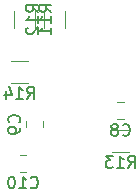
<source format=gbr>
%TF.GenerationSoftware,KiCad,Pcbnew,(6.0.2)*%
%TF.CreationDate,2022-06-08T22:41:36-07:00*%
%TF.ProjectId,TrailAlarm,54726169-6c41-46c6-9172-6d2e6b696361,1*%
%TF.SameCoordinates,Original*%
%TF.FileFunction,Legend,Bot*%
%TF.FilePolarity,Positive*%
%FSLAX46Y46*%
G04 Gerber Fmt 4.6, Leading zero omitted, Abs format (unit mm)*
G04 Created by KiCad (PCBNEW (6.0.2)) date 2022-06-08 22:41:36*
%MOMM*%
%LPD*%
G01*
G04 APERTURE LIST*
%ADD10C,0.150000*%
%ADD11C,0.120000*%
G04 APERTURE END LIST*
D10*
%TO.C,R13*%
X136616376Y-130669380D02*
X136949709Y-130193190D01*
X137187804Y-130669380D02*
X137187804Y-129669380D01*
X136806852Y-129669380D01*
X136711614Y-129717000D01*
X136663995Y-129764619D01*
X136616376Y-129859857D01*
X136616376Y-130002714D01*
X136663995Y-130097952D01*
X136711614Y-130145571D01*
X136806852Y-130193190D01*
X137187804Y-130193190D01*
X135663995Y-130669380D02*
X136235423Y-130669380D01*
X135949709Y-130669380D02*
X135949709Y-129669380D01*
X136044947Y-129812238D01*
X136140185Y-129907476D01*
X136235423Y-129955095D01*
X135330661Y-129669380D02*
X134711614Y-129669380D01*
X135044947Y-130050333D01*
X134902090Y-130050333D01*
X134806852Y-130097952D01*
X134759233Y-130145571D01*
X134711614Y-130240809D01*
X134711614Y-130478904D01*
X134759233Y-130574142D01*
X134806852Y-130621761D01*
X134902090Y-130669380D01*
X135187804Y-130669380D01*
X135283042Y-130621761D01*
X135330661Y-130574142D01*
%TO.C,C9*%
X127380901Y-126842592D02*
X127428520Y-126794973D01*
X127476139Y-126652116D01*
X127476139Y-126556878D01*
X127428520Y-126414020D01*
X127333282Y-126318782D01*
X127238044Y-126271163D01*
X127047568Y-126223544D01*
X126904711Y-126223544D01*
X126714235Y-126271163D01*
X126618997Y-126318782D01*
X126523759Y-126414020D01*
X126476139Y-126556878D01*
X126476139Y-126652116D01*
X126523759Y-126794973D01*
X126571378Y-126842592D01*
X127476139Y-127318782D02*
X127476139Y-127509259D01*
X127428520Y-127604497D01*
X127380901Y-127652116D01*
X127238044Y-127747354D01*
X127047568Y-127794973D01*
X126666616Y-127794973D01*
X126571378Y-127747354D01*
X126523759Y-127699735D01*
X126476139Y-127604497D01*
X126476139Y-127414020D01*
X126523759Y-127318782D01*
X126571378Y-127271163D01*
X126666616Y-127223544D01*
X126904711Y-127223544D01*
X126999949Y-127271163D01*
X127047568Y-127318782D01*
X127095187Y-127414020D01*
X127095187Y-127604497D01*
X127047568Y-127699735D01*
X126999949Y-127747354D01*
X126904711Y-127794973D01*
%TO.C,C8*%
X136140185Y-127894142D02*
X136187804Y-127941761D01*
X136330661Y-127989380D01*
X136425899Y-127989380D01*
X136568757Y-127941761D01*
X136663995Y-127846523D01*
X136711614Y-127751285D01*
X136759233Y-127560809D01*
X136759233Y-127417952D01*
X136711614Y-127227476D01*
X136663995Y-127132238D01*
X136568757Y-127037000D01*
X136425899Y-126989380D01*
X136330661Y-126989380D01*
X136187804Y-127037000D01*
X136140185Y-127084619D01*
X135568757Y-127417952D02*
X135663995Y-127370333D01*
X135711614Y-127322714D01*
X135759233Y-127227476D01*
X135759233Y-127179857D01*
X135711614Y-127084619D01*
X135663995Y-127037000D01*
X135568757Y-126989380D01*
X135378280Y-126989380D01*
X135283042Y-127037000D01*
X135235423Y-127084619D01*
X135187804Y-127179857D01*
X135187804Y-127227476D01*
X135235423Y-127322714D01*
X135283042Y-127370333D01*
X135378280Y-127417952D01*
X135568757Y-127417952D01*
X135663995Y-127465571D01*
X135711614Y-127513190D01*
X135759233Y-127608428D01*
X135759233Y-127798904D01*
X135711614Y-127894142D01*
X135663995Y-127941761D01*
X135568757Y-127989380D01*
X135378280Y-127989380D01*
X135283042Y-127941761D01*
X135235423Y-127894142D01*
X135187804Y-127798904D01*
X135187804Y-127608428D01*
X135235423Y-127513190D01*
X135283042Y-127465571D01*
X135378280Y-127417952D01*
%TO.C,C10*%
X128361376Y-132339142D02*
X128408995Y-132386761D01*
X128551852Y-132434380D01*
X128647090Y-132434380D01*
X128789947Y-132386761D01*
X128885185Y-132291523D01*
X128932804Y-132196285D01*
X128980423Y-132005809D01*
X128980423Y-131862952D01*
X128932804Y-131672476D01*
X128885185Y-131577238D01*
X128789947Y-131482000D01*
X128647090Y-131434380D01*
X128551852Y-131434380D01*
X128408995Y-131482000D01*
X128361376Y-131529619D01*
X127408995Y-132434380D02*
X127980423Y-132434380D01*
X127694709Y-132434380D02*
X127694709Y-131434380D01*
X127789947Y-131577238D01*
X127885185Y-131672476D01*
X127980423Y-131720095D01*
X126789947Y-131434380D02*
X126694709Y-131434380D01*
X126599471Y-131482000D01*
X126551852Y-131529619D01*
X126504233Y-131624857D01*
X126456614Y-131815333D01*
X126456614Y-132053428D01*
X126504233Y-132243904D01*
X126551852Y-132339142D01*
X126599471Y-132386761D01*
X126694709Y-132434380D01*
X126789947Y-132434380D01*
X126885185Y-132386761D01*
X126932804Y-132339142D01*
X126980423Y-132243904D01*
X127028042Y-132053428D01*
X127028042Y-131815333D01*
X126980423Y-131624857D01*
X126932804Y-131529619D01*
X126885185Y-131482000D01*
X126789947Y-131434380D01*
%TO.C,R14*%
X128076616Y-124836639D02*
X128409949Y-124360449D01*
X128648044Y-124836639D02*
X128648044Y-123836639D01*
X128267092Y-123836639D01*
X128171854Y-123884259D01*
X128124235Y-123931878D01*
X128076616Y-124027116D01*
X128076616Y-124169973D01*
X128124235Y-124265211D01*
X128171854Y-124312830D01*
X128267092Y-124360449D01*
X128648044Y-124360449D01*
X127124235Y-124836639D02*
X127695663Y-124836639D01*
X127409949Y-124836639D02*
X127409949Y-123836639D01*
X127505187Y-123979497D01*
X127600425Y-124074735D01*
X127695663Y-124122354D01*
X126267092Y-124169973D02*
X126267092Y-124836639D01*
X126505187Y-123789020D02*
X126743282Y-124503306D01*
X126124235Y-124503306D01*
%TO.C,R11*%
X130108639Y-117476401D02*
X129632449Y-117143068D01*
X130108639Y-116904973D02*
X129108639Y-116904973D01*
X129108639Y-117285925D01*
X129156259Y-117381163D01*
X129203878Y-117428782D01*
X129299116Y-117476401D01*
X129441973Y-117476401D01*
X129537211Y-117428782D01*
X129584830Y-117381163D01*
X129632449Y-117285925D01*
X129632449Y-116904973D01*
X130108639Y-118428782D02*
X130108639Y-117857354D01*
X130108639Y-118143068D02*
X129108639Y-118143068D01*
X129251497Y-118047830D01*
X129346735Y-117952592D01*
X129394354Y-117857354D01*
X130108639Y-119381163D02*
X130108639Y-118809735D01*
X130108639Y-119095449D02*
X129108639Y-119095449D01*
X129251497Y-119000211D01*
X129346735Y-118904973D01*
X129394354Y-118809735D01*
%TO.C,R12*%
X129008639Y-117476401D02*
X128532449Y-117143068D01*
X129008639Y-116904973D02*
X128008639Y-116904973D01*
X128008639Y-117285925D01*
X128056259Y-117381163D01*
X128103878Y-117428782D01*
X128199116Y-117476401D01*
X128341973Y-117476401D01*
X128437211Y-117428782D01*
X128484830Y-117381163D01*
X128532449Y-117285925D01*
X128532449Y-116904973D01*
X129008639Y-118428782D02*
X129008639Y-117857354D01*
X129008639Y-118143068D02*
X128008639Y-118143068D01*
X128151497Y-118047830D01*
X128246735Y-117952592D01*
X128294354Y-117857354D01*
X128103878Y-118809735D02*
X128056259Y-118857354D01*
X128008639Y-118952592D01*
X128008639Y-119190687D01*
X128056259Y-119285925D01*
X128103878Y-119333544D01*
X128199116Y-119381163D01*
X128294354Y-119381163D01*
X128437211Y-119333544D01*
X129008639Y-118762116D01*
X129008639Y-119381163D01*
D11*
%TO.C,R13*%
X135246455Y-127487000D02*
X136700583Y-127487000D01*
X135246455Y-129307000D02*
X136700583Y-129307000D01*
%TO.C,C9*%
X127968759Y-126748007D02*
X127968759Y-127270511D01*
X129438759Y-126748007D02*
X129438759Y-127270511D01*
%TO.C,C8*%
X135712267Y-125122000D02*
X136234771Y-125122000D01*
X135712267Y-126592000D02*
X136234771Y-126592000D01*
%TO.C,C10*%
X127457267Y-129567000D02*
X127979771Y-129567000D01*
X127457267Y-131037000D02*
X127979771Y-131037000D01*
%TO.C,R14*%
X126706695Y-121654259D02*
X128160823Y-121654259D01*
X126706695Y-123474259D02*
X128160823Y-123474259D01*
%TO.C,R11*%
X128746259Y-118846323D02*
X128746259Y-117392195D01*
X126926259Y-118846323D02*
X126926259Y-117392195D01*
%TO.C,R12*%
X129466259Y-117392195D02*
X129466259Y-118846323D01*
X131286259Y-117392195D02*
X131286259Y-118846323D01*
%TD*%
M02*

</source>
